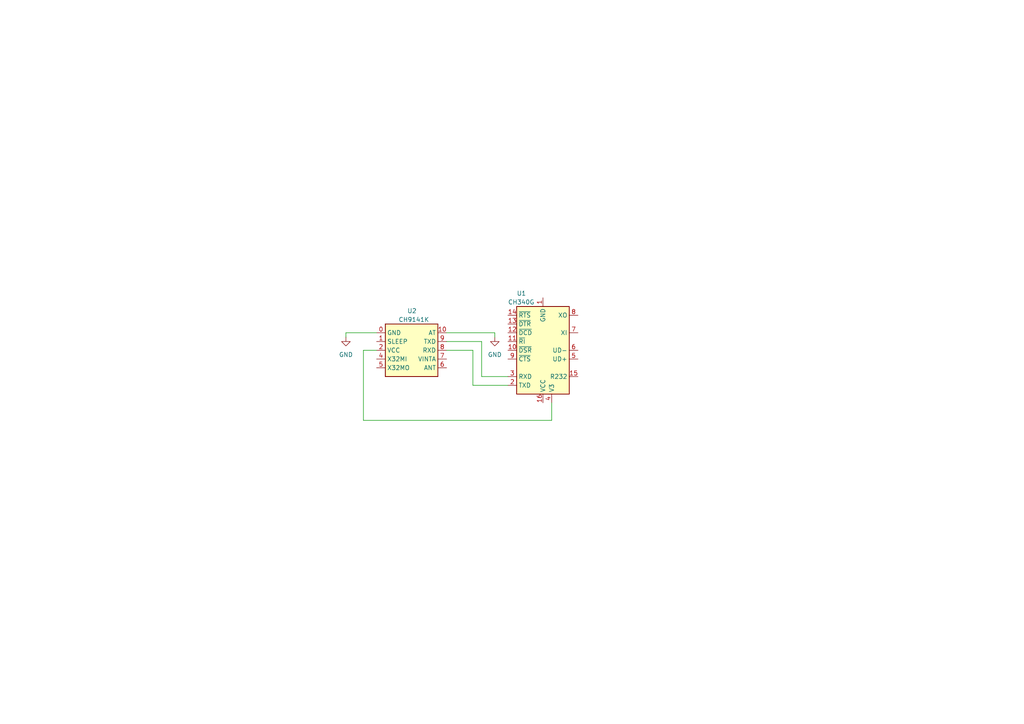
<source format=kicad_sch>
(kicad_sch (version 20230121) (generator eeschema)
  (paper "A4")
  (title_block (title "CH552G Minimal Circuit") (date "2022-10-30") (rev "1.0") (company "Nicola Strappazzon C"))
  (lib_symbols
    (symbol "Interface_USB:CH340G"
      (property "Reference" "U" (at -5.08 13.97 0))
      (property "Value" "CH340G" (at 1.27 13.97 0))
      (symbol "CH340G_0_1"
        (rectangle (start -7.62 12.7) (end 7.62 -12.7) (stroke (width 0.254)) (fill (type background)))
      )
      (symbol "CH340G_1_1"
        (pin power_in line (at 0 -15.24 90) (length 2.54) (name "GND") (number "1"))
        (pin input line (at 10.16 0 180) (length 2.54) (name "~{DSR}") (number "10"))
        (pin input line (at 10.16 -2.54 180) (length 2.54) (name "~{RI}") (number "11"))
        (pin input line (at 10.16 -5.08 180) (length 2.54) (name "~{DCD}") (number "12"))
        (pin output line (at 10.16 -7.62 180) (length 2.54) (name "~{DTR}") (number "13"))
        (pin output line (at 10.16 -10.16 180) (length 2.54) (name "~{RTS}") (number "14"))
        (pin input line (at -10.16 7.62 0) (length 2.54) (name "R232") (number "15"))
        (pin power_in line (at 0 15.24 270) (length 2.54) (name "VCC") (number "16"))
        (pin output line (at 10.16 10.16 180) (length 2.54) (name "TXD") (number "2"))
        (pin input line (at 10.16 7.62 180) (length 2.54) (name "RXD") (number "3"))
        (pin passive line (at -2.54 15.24 270) (length 2.54) (name "V3") (number "4"))
        (pin bidirectional line (at -10.16 2.54 0) (length 2.54) (name "UD+") (number "5"))
        (pin bidirectional line (at -10.16 0 0) (length 2.54) (name "UD-") (number "6"))
        (pin input line (at -10.16 -5.08 0) (length 2.54) (name "XI") (number "7"))
        (pin output line (at -10.16 -10.16 0) (length 2.54) (name "XO") (number "8"))
        (pin input line (at 10.16 2.54 180) (length 2.54) (name "~{CTS}") (number "9"))
      )
    )
    (symbol "Regulator_Controller:L4984D"
      (property "Reference" "U2" (at -1.27 11.43 0))
      (property "Value" "CH9141K" (at -3.81 8.89 0))
      (symbol "L4984D_0_0"
        (rectangle (start -7.62 7.62) (end 7.62 -7.62) (stroke (width 0.254)) (fill (type background)))
      )
      (symbol "L4984D_1_1"
        (pin power_in line (at -10.16 5.08 0) (length 2.54) (name "GND") (number "0"))
        (pin input line (at -10.16 2.54 0) (length 2.54) (name "SLEEP") (number "1"))
        (pin input line (at 10.16 5.08 180) (length 2.54) (name "AT") (number "10"))
        (pin power_in line (at -10.16 0 0) (length 2.54) (name "VCC") (number "2"))
        (pin input line (at -10.16 -2.54 0) (length 2.54) (name "X32MI") (number "4"))
        (pin output line (at -10.16 -5.08 0) (length 2.54) (name "X32MO") (number "5"))
        (pin passive line (at 10.16 -5.08 180) (length 2.54) (name "ANT") (number "6"))
        (pin passive line (at 10.16 -2.54 180) (length 2.54) (name "VINTA") (number "7"))
        (pin input line (at 10.16 0 180) (length 2.54) (name "RXD") (number "8"))
        (pin output line (at 10.16 2.54 180) (length 2.54) (name "TXD") (number "9"))
      )
    )
    (symbol "power:GND" (power) (pin_names (offset 0))
      (property "Value" "GND" (at 0 -3.81 0))
      (symbol "GND_0_1"
        (polyline (pts (xy 0 0) (xy 0 -1.27) (xy 1.27 -1.27) (xy 0 -2.54) (xy -1.27 -1.27) (xy 0 -1.27)))
      )
      (symbol "GND_1_1"
        (pin power_in line (at 0 0 270) (length 0) hide (name "GND") (number "1"))
      )
    )
  )
  (wire (pts (xy 105.41 121.92) (xy 105.41 101.6)))
  (wire (pts (xy 129.54 96.52) (xy 143.51 96.52)))
  (wire (pts (xy 105.41 101.6) (xy 109.22 101.6)))
  (wire (pts (xy 129.54 99.06) (xy 139.7 99.06)))
  (wire (pts (xy 160.02 116.84) (xy 160.02 121.92)))
  (wire (pts (xy 147.32 111.76) (xy 137.16 111.76)))
  (wire (pts (xy 143.51 96.52) (xy 143.51 97.79)))
  (wire (pts (xy 109.22 96.52) (xy 100.33 96.52)))
  (wire (pts (xy 137.16 111.76) (xy 137.16 101.6)))
  (wire (pts (xy 139.7 109.22) (xy 147.32 109.22)))
  (wire (pts (xy 129.54 101.6) (xy 137.16 101.6)))
  (wire (pts (xy 100.33 96.52) (xy 100.33 97.79)))
  (wire (pts (xy 139.7 99.06) (xy 139.7 109.22)))
  (wire (pts (xy 160.02 121.92) (xy 105.41 121.92)))
  (symbol (lib_id "Interface_USB:CH340G") (at 157.48 101.6 180) (unit 1)
    (property "Reference" "U1" (at 149.86 85.09 0) (effects (justify right)))
    (property "Value" "CH340G" (at 147.32 87.63 0) (effects (justify right)))
    (property "Footprint" "Package_SO:SOIC-16_3.9x9.9mm_P1.27mm" (effects hide))
    (property "Datasheet" "http://www.datasheet5.com/pdf-local-2195953" (effects hide))
  )
  (symbol (lib_id "power:GND") (at 143.51 97.79 0) (unit 1)
    (property "Reference" "#PWR02" (effects hide))
    (property "Value" "GND" (at 143.51 102.87 0))
  )
  (symbol (lib_id "power:GND") (at 100.33 97.79 0) (unit 1)
    (property "Reference" "#PWR01" (effects hide))
    (property "Value" "GND" (at 100.33 102.87 0))
  )
  (symbol (lib_id "Regulator_Controller:L4984D") (at 119.38 101.6 0) (unit 1)
    (property "Reference" "U2" (at 118.11 90.17 0) (effects (justify left)))
    (property "Value" "CH9141K" (at 115.57 92.71 0) (effects (justify left)))
    (property "Footprint" "Package_SO:SSOP-10_3.9x4.9mm_P1.00mm" (effects hide))
    (property "Datasheet" "http://www.st.com/resource/en/datasheet/l4984d.pdf" (effects hide))
  )
)
</source>
